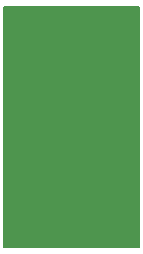
<source format=gbr>
%FSLAX34Y34*%
%MOMM*%
%LNOUTLINE*%
G71*
G01*
%ADD10C,0.150*%
%LPD*%
G36*
X0Y0D02*
X114300Y0D01*
X114300Y-203200D01*
X0Y-203200D01*
X0Y0D01*
G37*
G54D10*
X0Y0D02*
X114300Y0D01*
X114300Y-203200D01*
X0Y-203200D01*
X0Y0D01*
M02*

</source>
